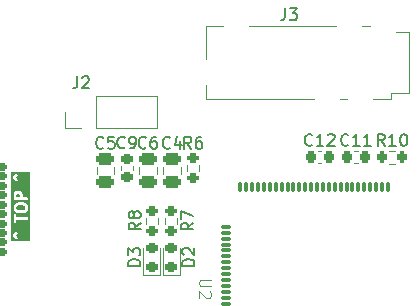
<source format=gto>
G04 #@! TF.GenerationSoftware,KiCad,Pcbnew,9.0.3*
G04 #@! TF.CreationDate,2025-07-21T23:33:25+01:00*
G04 #@! TF.ProjectId,dectspansion,64656374-7370-4616-9e73-696f6e2e6b69,rev?*
G04 #@! TF.SameCoordinates,Original*
G04 #@! TF.FileFunction,Legend,Top*
G04 #@! TF.FilePolarity,Positive*
%FSLAX46Y46*%
G04 Gerber Fmt 4.6, Leading zero omitted, Abs format (unit mm)*
G04 Created by KiCad (PCBNEW 9.0.3) date 2025-07-21 23:33:25*
%MOMM*%
%LPD*%
G01*
G04 APERTURE LIST*
G04 Aperture macros list*
%AMRoundRect*
0 Rectangle with rounded corners*
0 $1 Rounding radius*
0 $2 $3 $4 $5 $6 $7 $8 $9 X,Y pos of 4 corners*
0 Add a 4 corners polygon primitive as box body*
4,1,4,$2,$3,$4,$5,$6,$7,$8,$9,$2,$3,0*
0 Add four circle primitives for the rounded corners*
1,1,$1+$1,$2,$3*
1,1,$1+$1,$4,$5*
1,1,$1+$1,$6,$7*
1,1,$1+$1,$8,$9*
0 Add four rect primitives between the rounded corners*
20,1,$1+$1,$2,$3,$4,$5,0*
20,1,$1+$1,$4,$5,$6,$7,0*
20,1,$1+$1,$6,$7,$8,$9,0*
20,1,$1+$1,$8,$9,$2,$3,0*%
G04 Aperture macros list end*
%ADD10C,0.150000*%
%ADD11C,0.250000*%
%ADD12C,0.100000*%
%ADD13C,0.120000*%
%ADD14C,0.000000*%
%ADD15C,1.900000*%
%ADD16R,2.000000X3.000000*%
%ADD17R,3.000000X2.000000*%
%ADD18RoundRect,0.250000X0.475000X-0.250000X0.475000X0.250000X-0.475000X0.250000X-0.475000X-0.250000X0*%
%ADD19RoundRect,0.150000X1.600000X0.150000X-1.600000X0.150000X-1.600000X-0.150000X1.600000X-0.150000X0*%
%ADD20RoundRect,0.150000X1.200000X0.150000X-1.200000X0.150000X-1.200000X-0.150000X1.200000X-0.150000X0*%
%ADD21RoundRect,0.225000X-0.225000X-0.250000X0.225000X-0.250000X0.225000X0.250000X-0.225000X0.250000X0*%
%ADD22C,0.700000*%
%ADD23C,4.400000*%
%ADD24RoundRect,0.200000X0.275000X-0.200000X0.275000X0.200000X-0.275000X0.200000X-0.275000X-0.200000X0*%
%ADD25RoundRect,0.200000X-0.275000X0.200000X-0.275000X-0.200000X0.275000X-0.200000X0.275000X0.200000X0*%
%ADD26RoundRect,0.200000X-0.200000X-0.275000X0.200000X-0.275000X0.200000X0.275000X-0.200000X0.275000X0*%
%ADD27R,1.700000X1.700000*%
%ADD28C,1.700000*%
%ADD29RoundRect,0.225000X0.250000X-0.225000X0.250000X0.225000X-0.250000X0.225000X-0.250000X-0.225000X0*%
%ADD30RoundRect,0.218750X0.256250X-0.218750X0.256250X0.218750X-0.256250X0.218750X-0.256250X-0.218750X0*%
%ADD31R,0.660000X0.550000*%
%ADD32RoundRect,0.075000X-0.075000X0.370000X-0.075000X-0.370000X0.075000X-0.370000X0.075000X0.370000X0*%
%ADD33R,0.550000X0.800000*%
%ADD34RoundRect,0.075000X-0.370000X-0.075000X0.370000X-0.075000X0.370000X0.075000X-0.370000X0.075000X0*%
G04 APERTURE END LIST*
D10*
X125776666Y-83184819D02*
X125776666Y-83899104D01*
X125776666Y-83899104D02*
X125729047Y-84041961D01*
X125729047Y-84041961D02*
X125633809Y-84137200D01*
X125633809Y-84137200D02*
X125490952Y-84184819D01*
X125490952Y-84184819D02*
X125395714Y-84184819D01*
X126157619Y-83184819D02*
X126776666Y-83184819D01*
X126776666Y-83184819D02*
X126443333Y-83565771D01*
X126443333Y-83565771D02*
X126586190Y-83565771D01*
X126586190Y-83565771D02*
X126681428Y-83613390D01*
X126681428Y-83613390D02*
X126729047Y-83661009D01*
X126729047Y-83661009D02*
X126776666Y-83756247D01*
X126776666Y-83756247D02*
X126776666Y-83994342D01*
X126776666Y-83994342D02*
X126729047Y-84089580D01*
X126729047Y-84089580D02*
X126681428Y-84137200D01*
X126681428Y-84137200D02*
X126586190Y-84184819D01*
X126586190Y-84184819D02*
X126300476Y-84184819D01*
X126300476Y-84184819D02*
X126205238Y-84137200D01*
X126205238Y-84137200D02*
X126157619Y-84089580D01*
X110393333Y-94959580D02*
X110345714Y-95007200D01*
X110345714Y-95007200D02*
X110202857Y-95054819D01*
X110202857Y-95054819D02*
X110107619Y-95054819D01*
X110107619Y-95054819D02*
X109964762Y-95007200D01*
X109964762Y-95007200D02*
X109869524Y-94911961D01*
X109869524Y-94911961D02*
X109821905Y-94816723D01*
X109821905Y-94816723D02*
X109774286Y-94626247D01*
X109774286Y-94626247D02*
X109774286Y-94483390D01*
X109774286Y-94483390D02*
X109821905Y-94292914D01*
X109821905Y-94292914D02*
X109869524Y-94197676D01*
X109869524Y-94197676D02*
X109964762Y-94102438D01*
X109964762Y-94102438D02*
X110107619Y-94054819D01*
X110107619Y-94054819D02*
X110202857Y-94054819D01*
X110202857Y-94054819D02*
X110345714Y-94102438D01*
X110345714Y-94102438D02*
X110393333Y-94150057D01*
X111298095Y-94054819D02*
X110821905Y-94054819D01*
X110821905Y-94054819D02*
X110774286Y-94531009D01*
X110774286Y-94531009D02*
X110821905Y-94483390D01*
X110821905Y-94483390D02*
X110917143Y-94435771D01*
X110917143Y-94435771D02*
X111155238Y-94435771D01*
X111155238Y-94435771D02*
X111250476Y-94483390D01*
X111250476Y-94483390D02*
X111298095Y-94531009D01*
X111298095Y-94531009D02*
X111345714Y-94626247D01*
X111345714Y-94626247D02*
X111345714Y-94864342D01*
X111345714Y-94864342D02*
X111298095Y-94959580D01*
X111298095Y-94959580D02*
X111250476Y-95007200D01*
X111250476Y-95007200D02*
X111155238Y-95054819D01*
X111155238Y-95054819D02*
X110917143Y-95054819D01*
X110917143Y-95054819D02*
X110821905Y-95007200D01*
X110821905Y-95007200D02*
X110774286Y-94959580D01*
D11*
G36*
X103707855Y-99893634D02*
G01*
X103764268Y-99950048D01*
X103789619Y-100000748D01*
X103789619Y-100132207D01*
X103764268Y-100182907D01*
X103707855Y-100239321D01*
X103565896Y-100274811D01*
X103263341Y-100274811D01*
X103121381Y-100239321D01*
X103064970Y-100182910D01*
X103039619Y-100132208D01*
X103039619Y-100000748D01*
X103064970Y-99950046D01*
X103121381Y-99893635D01*
X103263341Y-99858145D01*
X103565896Y-99858145D01*
X103707855Y-99893634D01*
G37*
G36*
X103269145Y-98883495D02*
G01*
X103288077Y-98902428D01*
X103313428Y-98953129D01*
X103313428Y-99179573D01*
X103039619Y-99179573D01*
X103039619Y-98953129D01*
X103064969Y-98902427D01*
X103083902Y-98883495D01*
X103134604Y-98858145D01*
X103218444Y-98858145D01*
X103269145Y-98883495D01*
G37*
G36*
X104164619Y-102840103D02*
G01*
X102617185Y-102840103D01*
X102617185Y-102393008D01*
X102742185Y-102393008D01*
X102743157Y-102399812D01*
X102742185Y-102406616D01*
X102746579Y-102423767D01*
X102749083Y-102441292D01*
X102752584Y-102447205D01*
X102754290Y-102453862D01*
X102767000Y-102474812D01*
X102909857Y-102665288D01*
X102926410Y-102683356D01*
X102968377Y-102708205D01*
X103016661Y-102715103D01*
X103063907Y-102702998D01*
X103102925Y-102673735D01*
X103127774Y-102631768D01*
X103134672Y-102583484D01*
X103122567Y-102536238D01*
X103109857Y-102515288D01*
X103023250Y-102399812D01*
X103109857Y-102284336D01*
X103122567Y-102263386D01*
X103134672Y-102216140D01*
X103127774Y-102167856D01*
X103102925Y-102125889D01*
X103063907Y-102096626D01*
X103016661Y-102084521D01*
X102968377Y-102091419D01*
X102926410Y-102116268D01*
X102909857Y-102134336D01*
X102767000Y-102324812D01*
X102754290Y-102345762D01*
X102752584Y-102352418D01*
X102749083Y-102358332D01*
X102746579Y-102375856D01*
X102742185Y-102393008D01*
X102617185Y-102393008D01*
X102617185Y-100685526D01*
X102789619Y-100685526D01*
X102789619Y-101256954D01*
X102792021Y-101281340D01*
X102810685Y-101326400D01*
X102845173Y-101360888D01*
X102890233Y-101379552D01*
X102939005Y-101379552D01*
X102984065Y-101360888D01*
X103018553Y-101326400D01*
X103037217Y-101281340D01*
X103039619Y-101256954D01*
X103039619Y-101096240D01*
X103914619Y-101096240D01*
X103939005Y-101093838D01*
X103984065Y-101075174D01*
X104018553Y-101040686D01*
X104037217Y-100995626D01*
X104037217Y-100946854D01*
X104018553Y-100901794D01*
X103984065Y-100867306D01*
X103939005Y-100848642D01*
X103914619Y-100846240D01*
X103039619Y-100846240D01*
X103039619Y-100685526D01*
X103037217Y-100661140D01*
X103018553Y-100616080D01*
X102984065Y-100581592D01*
X102939005Y-100562928D01*
X102890233Y-100562928D01*
X102845173Y-100581592D01*
X102810685Y-100616080D01*
X102792021Y-100661140D01*
X102789619Y-100685526D01*
X102617185Y-100685526D01*
X102617185Y-99971240D01*
X102789619Y-99971240D01*
X102789619Y-100161716D01*
X102792021Y-100186102D01*
X102793739Y-100190250D01*
X102794058Y-100194732D01*
X102802816Y-100217618D01*
X102850434Y-100312855D01*
X102857043Y-100323353D01*
X102858305Y-100326400D01*
X102861120Y-100329831D01*
X102863489Y-100333593D01*
X102865983Y-100335756D01*
X102873850Y-100345342D01*
X102969088Y-100440580D01*
X102988030Y-100456125D01*
X102996615Y-100459681D01*
X103004084Y-100465215D01*
X103027159Y-100473460D01*
X103217635Y-100521079D01*
X103221864Y-100521704D01*
X103223566Y-100522409D01*
X103232745Y-100523313D01*
X103241875Y-100524663D01*
X103243697Y-100524391D01*
X103247952Y-100524811D01*
X103581285Y-100524811D01*
X103585539Y-100524391D01*
X103587361Y-100524663D01*
X103596489Y-100523313D01*
X103605671Y-100522409D01*
X103607372Y-100521704D01*
X103611602Y-100521079D01*
X103802078Y-100473460D01*
X103825153Y-100465215D01*
X103832619Y-100459682D01*
X103841207Y-100456126D01*
X103860149Y-100440581D01*
X103955388Y-100345343D01*
X103963257Y-100335754D01*
X103965749Y-100333593D01*
X103968114Y-100329835D01*
X103970933Y-100326401D01*
X103972196Y-100323350D01*
X103978803Y-100312856D01*
X104026422Y-100217618D01*
X104035180Y-100194732D01*
X104035498Y-100190251D01*
X104037217Y-100186102D01*
X104039619Y-100161716D01*
X104039619Y-99971240D01*
X104037217Y-99946854D01*
X104035498Y-99942704D01*
X104035180Y-99938224D01*
X104026422Y-99915338D01*
X103978803Y-99820100D01*
X103972196Y-99809605D01*
X103970933Y-99806555D01*
X103968114Y-99803120D01*
X103965749Y-99799363D01*
X103963257Y-99797201D01*
X103955388Y-99787613D01*
X103860149Y-99692375D01*
X103841207Y-99676830D01*
X103832619Y-99673273D01*
X103825153Y-99667741D01*
X103802078Y-99659496D01*
X103611602Y-99611877D01*
X103607372Y-99611251D01*
X103605671Y-99610547D01*
X103596489Y-99609642D01*
X103587361Y-99608293D01*
X103585539Y-99608564D01*
X103581285Y-99608145D01*
X103247952Y-99608145D01*
X103243697Y-99608564D01*
X103241875Y-99608293D01*
X103232745Y-99609642D01*
X103223566Y-99610547D01*
X103221864Y-99611251D01*
X103217635Y-99611877D01*
X103027159Y-99659496D01*
X103004084Y-99667741D01*
X102996615Y-99673274D01*
X102988030Y-99676831D01*
X102969088Y-99692376D01*
X102873850Y-99787614D01*
X102865983Y-99797199D01*
X102863489Y-99799363D01*
X102861120Y-99803124D01*
X102858305Y-99806556D01*
X102857043Y-99809602D01*
X102850434Y-99820101D01*
X102802816Y-99915338D01*
X102794058Y-99938224D01*
X102793739Y-99942705D01*
X102792021Y-99946854D01*
X102789619Y-99971240D01*
X102617185Y-99971240D01*
X102617185Y-98923621D01*
X102789619Y-98923621D01*
X102789619Y-99304573D01*
X102792021Y-99328959D01*
X102810685Y-99374019D01*
X102845173Y-99408507D01*
X102890233Y-99427171D01*
X102914619Y-99429573D01*
X103914619Y-99429573D01*
X103939005Y-99427171D01*
X103984065Y-99408507D01*
X104018553Y-99374019D01*
X104037217Y-99328959D01*
X104037217Y-99280187D01*
X104018553Y-99235127D01*
X103984065Y-99200639D01*
X103939005Y-99181975D01*
X103914619Y-99179573D01*
X103563428Y-99179573D01*
X103563428Y-98923621D01*
X103561026Y-98899235D01*
X103559307Y-98895085D01*
X103558989Y-98890605D01*
X103550231Y-98867719D01*
X103502612Y-98772481D01*
X103496005Y-98761986D01*
X103494742Y-98758936D01*
X103491923Y-98755501D01*
X103489558Y-98751744D01*
X103487066Y-98749582D01*
X103479197Y-98739994D01*
X103431578Y-98692376D01*
X103421992Y-98684509D01*
X103419829Y-98682015D01*
X103416067Y-98679646D01*
X103412636Y-98676831D01*
X103409589Y-98675569D01*
X103399091Y-98668960D01*
X103303854Y-98621342D01*
X103280968Y-98612584D01*
X103276486Y-98612265D01*
X103272338Y-98610547D01*
X103247952Y-98608145D01*
X103105095Y-98608145D01*
X103080709Y-98610547D01*
X103076559Y-98612265D01*
X103072079Y-98612584D01*
X103049193Y-98621342D01*
X102953955Y-98668961D01*
X102943460Y-98675567D01*
X102940410Y-98676831D01*
X102936975Y-98679649D01*
X102933218Y-98682015D01*
X102931056Y-98684506D01*
X102921468Y-98692376D01*
X102873850Y-98739995D01*
X102865983Y-98749580D01*
X102863489Y-98751744D01*
X102861120Y-98755505D01*
X102858305Y-98758937D01*
X102857043Y-98761983D01*
X102850434Y-98772482D01*
X102802816Y-98867719D01*
X102794058Y-98890605D01*
X102793739Y-98895086D01*
X102792021Y-98899235D01*
X102789619Y-98923621D01*
X102617185Y-98923621D01*
X102617185Y-97488245D01*
X102742185Y-97488245D01*
X102743157Y-97495049D01*
X102742185Y-97501853D01*
X102746579Y-97519004D01*
X102749083Y-97536529D01*
X102752584Y-97542442D01*
X102754290Y-97549099D01*
X102767000Y-97570049D01*
X102909857Y-97760525D01*
X102926410Y-97778593D01*
X102968377Y-97803442D01*
X103016661Y-97810340D01*
X103063907Y-97798235D01*
X103102925Y-97768972D01*
X103127774Y-97727005D01*
X103134672Y-97678721D01*
X103122567Y-97631475D01*
X103109857Y-97610525D01*
X103023250Y-97495049D01*
X103109857Y-97379573D01*
X103122567Y-97358623D01*
X103134672Y-97311377D01*
X103127774Y-97263093D01*
X103102925Y-97221126D01*
X103063907Y-97191863D01*
X103016661Y-97179758D01*
X102968377Y-97186656D01*
X102926410Y-97211505D01*
X102909857Y-97229573D01*
X102767000Y-97420049D01*
X102754290Y-97440999D01*
X102752584Y-97447655D01*
X102749083Y-97453569D01*
X102746579Y-97471093D01*
X102742185Y-97488245D01*
X102617185Y-97488245D01*
X102617185Y-97054758D01*
X104164619Y-97054758D01*
X104164619Y-102840103D01*
G37*
D10*
X128067142Y-94719580D02*
X128019523Y-94767200D01*
X128019523Y-94767200D02*
X127876666Y-94814819D01*
X127876666Y-94814819D02*
X127781428Y-94814819D01*
X127781428Y-94814819D02*
X127638571Y-94767200D01*
X127638571Y-94767200D02*
X127543333Y-94671961D01*
X127543333Y-94671961D02*
X127495714Y-94576723D01*
X127495714Y-94576723D02*
X127448095Y-94386247D01*
X127448095Y-94386247D02*
X127448095Y-94243390D01*
X127448095Y-94243390D02*
X127495714Y-94052914D01*
X127495714Y-94052914D02*
X127543333Y-93957676D01*
X127543333Y-93957676D02*
X127638571Y-93862438D01*
X127638571Y-93862438D02*
X127781428Y-93814819D01*
X127781428Y-93814819D02*
X127876666Y-93814819D01*
X127876666Y-93814819D02*
X128019523Y-93862438D01*
X128019523Y-93862438D02*
X128067142Y-93910057D01*
X129019523Y-94814819D02*
X128448095Y-94814819D01*
X128733809Y-94814819D02*
X128733809Y-93814819D01*
X128733809Y-93814819D02*
X128638571Y-93957676D01*
X128638571Y-93957676D02*
X128543333Y-94052914D01*
X128543333Y-94052914D02*
X128448095Y-94100533D01*
X129400476Y-93910057D02*
X129448095Y-93862438D01*
X129448095Y-93862438D02*
X129543333Y-93814819D01*
X129543333Y-93814819D02*
X129781428Y-93814819D01*
X129781428Y-93814819D02*
X129876666Y-93862438D01*
X129876666Y-93862438D02*
X129924285Y-93910057D01*
X129924285Y-93910057D02*
X129971904Y-94005295D01*
X129971904Y-94005295D02*
X129971904Y-94100533D01*
X129971904Y-94100533D02*
X129924285Y-94243390D01*
X129924285Y-94243390D02*
X129352857Y-94814819D01*
X129352857Y-94814819D02*
X129971904Y-94814819D01*
X116043333Y-94959580D02*
X115995714Y-95007200D01*
X115995714Y-95007200D02*
X115852857Y-95054819D01*
X115852857Y-95054819D02*
X115757619Y-95054819D01*
X115757619Y-95054819D02*
X115614762Y-95007200D01*
X115614762Y-95007200D02*
X115519524Y-94911961D01*
X115519524Y-94911961D02*
X115471905Y-94816723D01*
X115471905Y-94816723D02*
X115424286Y-94626247D01*
X115424286Y-94626247D02*
X115424286Y-94483390D01*
X115424286Y-94483390D02*
X115471905Y-94292914D01*
X115471905Y-94292914D02*
X115519524Y-94197676D01*
X115519524Y-94197676D02*
X115614762Y-94102438D01*
X115614762Y-94102438D02*
X115757619Y-94054819D01*
X115757619Y-94054819D02*
X115852857Y-94054819D01*
X115852857Y-94054819D02*
X115995714Y-94102438D01*
X115995714Y-94102438D02*
X116043333Y-94150057D01*
X116900476Y-94388152D02*
X116900476Y-95054819D01*
X116662381Y-94007200D02*
X116424286Y-94721485D01*
X116424286Y-94721485D02*
X117043333Y-94721485D01*
X113544819Y-101326666D02*
X113068628Y-101659999D01*
X113544819Y-101898094D02*
X112544819Y-101898094D01*
X112544819Y-101898094D02*
X112544819Y-101517142D01*
X112544819Y-101517142D02*
X112592438Y-101421904D01*
X112592438Y-101421904D02*
X112640057Y-101374285D01*
X112640057Y-101374285D02*
X112735295Y-101326666D01*
X112735295Y-101326666D02*
X112878152Y-101326666D01*
X112878152Y-101326666D02*
X112973390Y-101374285D01*
X112973390Y-101374285D02*
X113021009Y-101421904D01*
X113021009Y-101421904D02*
X113068628Y-101517142D01*
X113068628Y-101517142D02*
X113068628Y-101898094D01*
X112973390Y-100755237D02*
X112925771Y-100850475D01*
X112925771Y-100850475D02*
X112878152Y-100898094D01*
X112878152Y-100898094D02*
X112782914Y-100945713D01*
X112782914Y-100945713D02*
X112735295Y-100945713D01*
X112735295Y-100945713D02*
X112640057Y-100898094D01*
X112640057Y-100898094D02*
X112592438Y-100850475D01*
X112592438Y-100850475D02*
X112544819Y-100755237D01*
X112544819Y-100755237D02*
X112544819Y-100564761D01*
X112544819Y-100564761D02*
X112592438Y-100469523D01*
X112592438Y-100469523D02*
X112640057Y-100421904D01*
X112640057Y-100421904D02*
X112735295Y-100374285D01*
X112735295Y-100374285D02*
X112782914Y-100374285D01*
X112782914Y-100374285D02*
X112878152Y-100421904D01*
X112878152Y-100421904D02*
X112925771Y-100469523D01*
X112925771Y-100469523D02*
X112973390Y-100564761D01*
X112973390Y-100564761D02*
X112973390Y-100755237D01*
X112973390Y-100755237D02*
X113021009Y-100850475D01*
X113021009Y-100850475D02*
X113068628Y-100898094D01*
X113068628Y-100898094D02*
X113163866Y-100945713D01*
X113163866Y-100945713D02*
X113354342Y-100945713D01*
X113354342Y-100945713D02*
X113449580Y-100898094D01*
X113449580Y-100898094D02*
X113497200Y-100850475D01*
X113497200Y-100850475D02*
X113544819Y-100755237D01*
X113544819Y-100755237D02*
X113544819Y-100564761D01*
X113544819Y-100564761D02*
X113497200Y-100469523D01*
X113497200Y-100469523D02*
X113449580Y-100421904D01*
X113449580Y-100421904D02*
X113354342Y-100374285D01*
X113354342Y-100374285D02*
X113163866Y-100374285D01*
X113163866Y-100374285D02*
X113068628Y-100421904D01*
X113068628Y-100421904D02*
X113021009Y-100469523D01*
X113021009Y-100469523D02*
X112973390Y-100564761D01*
X131137142Y-94719580D02*
X131089523Y-94767200D01*
X131089523Y-94767200D02*
X130946666Y-94814819D01*
X130946666Y-94814819D02*
X130851428Y-94814819D01*
X130851428Y-94814819D02*
X130708571Y-94767200D01*
X130708571Y-94767200D02*
X130613333Y-94671961D01*
X130613333Y-94671961D02*
X130565714Y-94576723D01*
X130565714Y-94576723D02*
X130518095Y-94386247D01*
X130518095Y-94386247D02*
X130518095Y-94243390D01*
X130518095Y-94243390D02*
X130565714Y-94052914D01*
X130565714Y-94052914D02*
X130613333Y-93957676D01*
X130613333Y-93957676D02*
X130708571Y-93862438D01*
X130708571Y-93862438D02*
X130851428Y-93814819D01*
X130851428Y-93814819D02*
X130946666Y-93814819D01*
X130946666Y-93814819D02*
X131089523Y-93862438D01*
X131089523Y-93862438D02*
X131137142Y-93910057D01*
X132089523Y-94814819D02*
X131518095Y-94814819D01*
X131803809Y-94814819D02*
X131803809Y-93814819D01*
X131803809Y-93814819D02*
X131708571Y-93957676D01*
X131708571Y-93957676D02*
X131613333Y-94052914D01*
X131613333Y-94052914D02*
X131518095Y-94100533D01*
X133041904Y-94814819D02*
X132470476Y-94814819D01*
X132756190Y-94814819D02*
X132756190Y-93814819D01*
X132756190Y-93814819D02*
X132660952Y-93957676D01*
X132660952Y-93957676D02*
X132565714Y-94052914D01*
X132565714Y-94052914D02*
X132470476Y-94100533D01*
X118004819Y-101326666D02*
X117528628Y-101659999D01*
X118004819Y-101898094D02*
X117004819Y-101898094D01*
X117004819Y-101898094D02*
X117004819Y-101517142D01*
X117004819Y-101517142D02*
X117052438Y-101421904D01*
X117052438Y-101421904D02*
X117100057Y-101374285D01*
X117100057Y-101374285D02*
X117195295Y-101326666D01*
X117195295Y-101326666D02*
X117338152Y-101326666D01*
X117338152Y-101326666D02*
X117433390Y-101374285D01*
X117433390Y-101374285D02*
X117481009Y-101421904D01*
X117481009Y-101421904D02*
X117528628Y-101517142D01*
X117528628Y-101517142D02*
X117528628Y-101898094D01*
X117004819Y-100993332D02*
X117004819Y-100326666D01*
X117004819Y-100326666D02*
X118004819Y-100755237D01*
X114003333Y-94949580D02*
X113955714Y-94997200D01*
X113955714Y-94997200D02*
X113812857Y-95044819D01*
X113812857Y-95044819D02*
X113717619Y-95044819D01*
X113717619Y-95044819D02*
X113574762Y-94997200D01*
X113574762Y-94997200D02*
X113479524Y-94901961D01*
X113479524Y-94901961D02*
X113431905Y-94806723D01*
X113431905Y-94806723D02*
X113384286Y-94616247D01*
X113384286Y-94616247D02*
X113384286Y-94473390D01*
X113384286Y-94473390D02*
X113431905Y-94282914D01*
X113431905Y-94282914D02*
X113479524Y-94187676D01*
X113479524Y-94187676D02*
X113574762Y-94092438D01*
X113574762Y-94092438D02*
X113717619Y-94044819D01*
X113717619Y-94044819D02*
X113812857Y-94044819D01*
X113812857Y-94044819D02*
X113955714Y-94092438D01*
X113955714Y-94092438D02*
X114003333Y-94140057D01*
X114860476Y-94044819D02*
X114670000Y-94044819D01*
X114670000Y-94044819D02*
X114574762Y-94092438D01*
X114574762Y-94092438D02*
X114527143Y-94140057D01*
X114527143Y-94140057D02*
X114431905Y-94282914D01*
X114431905Y-94282914D02*
X114384286Y-94473390D01*
X114384286Y-94473390D02*
X114384286Y-94854342D01*
X114384286Y-94854342D02*
X114431905Y-94949580D01*
X114431905Y-94949580D02*
X114479524Y-94997200D01*
X114479524Y-94997200D02*
X114574762Y-95044819D01*
X114574762Y-95044819D02*
X114765238Y-95044819D01*
X114765238Y-95044819D02*
X114860476Y-94997200D01*
X114860476Y-94997200D02*
X114908095Y-94949580D01*
X114908095Y-94949580D02*
X114955714Y-94854342D01*
X114955714Y-94854342D02*
X114955714Y-94616247D01*
X114955714Y-94616247D02*
X114908095Y-94521009D01*
X114908095Y-94521009D02*
X114860476Y-94473390D01*
X114860476Y-94473390D02*
X114765238Y-94425771D01*
X114765238Y-94425771D02*
X114574762Y-94425771D01*
X114574762Y-94425771D02*
X114479524Y-94473390D01*
X114479524Y-94473390D02*
X114431905Y-94521009D01*
X114431905Y-94521009D02*
X114384286Y-94616247D01*
X134207142Y-94814819D02*
X133873809Y-94338628D01*
X133635714Y-94814819D02*
X133635714Y-93814819D01*
X133635714Y-93814819D02*
X134016666Y-93814819D01*
X134016666Y-93814819D02*
X134111904Y-93862438D01*
X134111904Y-93862438D02*
X134159523Y-93910057D01*
X134159523Y-93910057D02*
X134207142Y-94005295D01*
X134207142Y-94005295D02*
X134207142Y-94148152D01*
X134207142Y-94148152D02*
X134159523Y-94243390D01*
X134159523Y-94243390D02*
X134111904Y-94291009D01*
X134111904Y-94291009D02*
X134016666Y-94338628D01*
X134016666Y-94338628D02*
X133635714Y-94338628D01*
X135159523Y-94814819D02*
X134588095Y-94814819D01*
X134873809Y-94814819D02*
X134873809Y-93814819D01*
X134873809Y-93814819D02*
X134778571Y-93957676D01*
X134778571Y-93957676D02*
X134683333Y-94052914D01*
X134683333Y-94052914D02*
X134588095Y-94100533D01*
X135778571Y-93814819D02*
X135873809Y-93814819D01*
X135873809Y-93814819D02*
X135969047Y-93862438D01*
X135969047Y-93862438D02*
X136016666Y-93910057D01*
X136016666Y-93910057D02*
X136064285Y-94005295D01*
X136064285Y-94005295D02*
X136111904Y-94195771D01*
X136111904Y-94195771D02*
X136111904Y-94433866D01*
X136111904Y-94433866D02*
X136064285Y-94624342D01*
X136064285Y-94624342D02*
X136016666Y-94719580D01*
X136016666Y-94719580D02*
X135969047Y-94767200D01*
X135969047Y-94767200D02*
X135873809Y-94814819D01*
X135873809Y-94814819D02*
X135778571Y-94814819D01*
X135778571Y-94814819D02*
X135683333Y-94767200D01*
X135683333Y-94767200D02*
X135635714Y-94719580D01*
X135635714Y-94719580D02*
X135588095Y-94624342D01*
X135588095Y-94624342D02*
X135540476Y-94433866D01*
X135540476Y-94433866D02*
X135540476Y-94195771D01*
X135540476Y-94195771D02*
X135588095Y-94005295D01*
X135588095Y-94005295D02*
X135635714Y-93910057D01*
X135635714Y-93910057D02*
X135683333Y-93862438D01*
X135683333Y-93862438D02*
X135778571Y-93814819D01*
X117833333Y-95054819D02*
X117500000Y-94578628D01*
X117261905Y-95054819D02*
X117261905Y-94054819D01*
X117261905Y-94054819D02*
X117642857Y-94054819D01*
X117642857Y-94054819D02*
X117738095Y-94102438D01*
X117738095Y-94102438D02*
X117785714Y-94150057D01*
X117785714Y-94150057D02*
X117833333Y-94245295D01*
X117833333Y-94245295D02*
X117833333Y-94388152D01*
X117833333Y-94388152D02*
X117785714Y-94483390D01*
X117785714Y-94483390D02*
X117738095Y-94531009D01*
X117738095Y-94531009D02*
X117642857Y-94578628D01*
X117642857Y-94578628D02*
X117261905Y-94578628D01*
X118690476Y-94054819D02*
X118500000Y-94054819D01*
X118500000Y-94054819D02*
X118404762Y-94102438D01*
X118404762Y-94102438D02*
X118357143Y-94150057D01*
X118357143Y-94150057D02*
X118261905Y-94292914D01*
X118261905Y-94292914D02*
X118214286Y-94483390D01*
X118214286Y-94483390D02*
X118214286Y-94864342D01*
X118214286Y-94864342D02*
X118261905Y-94959580D01*
X118261905Y-94959580D02*
X118309524Y-95007200D01*
X118309524Y-95007200D02*
X118404762Y-95054819D01*
X118404762Y-95054819D02*
X118595238Y-95054819D01*
X118595238Y-95054819D02*
X118690476Y-95007200D01*
X118690476Y-95007200D02*
X118738095Y-94959580D01*
X118738095Y-94959580D02*
X118785714Y-94864342D01*
X118785714Y-94864342D02*
X118785714Y-94626247D01*
X118785714Y-94626247D02*
X118738095Y-94531009D01*
X118738095Y-94531009D02*
X118690476Y-94483390D01*
X118690476Y-94483390D02*
X118595238Y-94435771D01*
X118595238Y-94435771D02*
X118404762Y-94435771D01*
X118404762Y-94435771D02*
X118309524Y-94483390D01*
X118309524Y-94483390D02*
X118261905Y-94531009D01*
X118261905Y-94531009D02*
X118214286Y-94626247D01*
X108176666Y-88944819D02*
X108176666Y-89659104D01*
X108176666Y-89659104D02*
X108129047Y-89801961D01*
X108129047Y-89801961D02*
X108033809Y-89897200D01*
X108033809Y-89897200D02*
X107890952Y-89944819D01*
X107890952Y-89944819D02*
X107795714Y-89944819D01*
X108605238Y-89040057D02*
X108652857Y-88992438D01*
X108652857Y-88992438D02*
X108748095Y-88944819D01*
X108748095Y-88944819D02*
X108986190Y-88944819D01*
X108986190Y-88944819D02*
X109081428Y-88992438D01*
X109081428Y-88992438D02*
X109129047Y-89040057D01*
X109129047Y-89040057D02*
X109176666Y-89135295D01*
X109176666Y-89135295D02*
X109176666Y-89230533D01*
X109176666Y-89230533D02*
X109129047Y-89373390D01*
X109129047Y-89373390D02*
X108557619Y-89944819D01*
X108557619Y-89944819D02*
X109176666Y-89944819D01*
X112203333Y-94934580D02*
X112155714Y-94982200D01*
X112155714Y-94982200D02*
X112012857Y-95029819D01*
X112012857Y-95029819D02*
X111917619Y-95029819D01*
X111917619Y-95029819D02*
X111774762Y-94982200D01*
X111774762Y-94982200D02*
X111679524Y-94886961D01*
X111679524Y-94886961D02*
X111631905Y-94791723D01*
X111631905Y-94791723D02*
X111584286Y-94601247D01*
X111584286Y-94601247D02*
X111584286Y-94458390D01*
X111584286Y-94458390D02*
X111631905Y-94267914D01*
X111631905Y-94267914D02*
X111679524Y-94172676D01*
X111679524Y-94172676D02*
X111774762Y-94077438D01*
X111774762Y-94077438D02*
X111917619Y-94029819D01*
X111917619Y-94029819D02*
X112012857Y-94029819D01*
X112012857Y-94029819D02*
X112155714Y-94077438D01*
X112155714Y-94077438D02*
X112203333Y-94125057D01*
X112679524Y-95029819D02*
X112870000Y-95029819D01*
X112870000Y-95029819D02*
X112965238Y-94982200D01*
X112965238Y-94982200D02*
X113012857Y-94934580D01*
X113012857Y-94934580D02*
X113108095Y-94791723D01*
X113108095Y-94791723D02*
X113155714Y-94601247D01*
X113155714Y-94601247D02*
X113155714Y-94220295D01*
X113155714Y-94220295D02*
X113108095Y-94125057D01*
X113108095Y-94125057D02*
X113060476Y-94077438D01*
X113060476Y-94077438D02*
X112965238Y-94029819D01*
X112965238Y-94029819D02*
X112774762Y-94029819D01*
X112774762Y-94029819D02*
X112679524Y-94077438D01*
X112679524Y-94077438D02*
X112631905Y-94125057D01*
X112631905Y-94125057D02*
X112584286Y-94220295D01*
X112584286Y-94220295D02*
X112584286Y-94458390D01*
X112584286Y-94458390D02*
X112631905Y-94553628D01*
X112631905Y-94553628D02*
X112679524Y-94601247D01*
X112679524Y-94601247D02*
X112774762Y-94648866D01*
X112774762Y-94648866D02*
X112965238Y-94648866D01*
X112965238Y-94648866D02*
X113060476Y-94601247D01*
X113060476Y-94601247D02*
X113108095Y-94553628D01*
X113108095Y-94553628D02*
X113155714Y-94458390D01*
X118094819Y-104978094D02*
X117094819Y-104978094D01*
X117094819Y-104978094D02*
X117094819Y-104739999D01*
X117094819Y-104739999D02*
X117142438Y-104597142D01*
X117142438Y-104597142D02*
X117237676Y-104501904D01*
X117237676Y-104501904D02*
X117332914Y-104454285D01*
X117332914Y-104454285D02*
X117523390Y-104406666D01*
X117523390Y-104406666D02*
X117666247Y-104406666D01*
X117666247Y-104406666D02*
X117856723Y-104454285D01*
X117856723Y-104454285D02*
X117951961Y-104501904D01*
X117951961Y-104501904D02*
X118047200Y-104597142D01*
X118047200Y-104597142D02*
X118094819Y-104739999D01*
X118094819Y-104739999D02*
X118094819Y-104978094D01*
X117190057Y-104025713D02*
X117142438Y-103978094D01*
X117142438Y-103978094D02*
X117094819Y-103882856D01*
X117094819Y-103882856D02*
X117094819Y-103644761D01*
X117094819Y-103644761D02*
X117142438Y-103549523D01*
X117142438Y-103549523D02*
X117190057Y-103501904D01*
X117190057Y-103501904D02*
X117285295Y-103454285D01*
X117285295Y-103454285D02*
X117380533Y-103454285D01*
X117380533Y-103454285D02*
X117523390Y-103501904D01*
X117523390Y-103501904D02*
X118094819Y-104073332D01*
X118094819Y-104073332D02*
X118094819Y-103454285D01*
D12*
X119502580Y-106138095D02*
X118693057Y-106138095D01*
X118693057Y-106138095D02*
X118597819Y-106185714D01*
X118597819Y-106185714D02*
X118550200Y-106233333D01*
X118550200Y-106233333D02*
X118502580Y-106328571D01*
X118502580Y-106328571D02*
X118502580Y-106519047D01*
X118502580Y-106519047D02*
X118550200Y-106614285D01*
X118550200Y-106614285D02*
X118597819Y-106661904D01*
X118597819Y-106661904D02*
X118693057Y-106709523D01*
X118693057Y-106709523D02*
X119502580Y-106709523D01*
X119407342Y-107138095D02*
X119454961Y-107185714D01*
X119454961Y-107185714D02*
X119502580Y-107280952D01*
X119502580Y-107280952D02*
X119502580Y-107519047D01*
X119502580Y-107519047D02*
X119454961Y-107614285D01*
X119454961Y-107614285D02*
X119407342Y-107661904D01*
X119407342Y-107661904D02*
X119312104Y-107709523D01*
X119312104Y-107709523D02*
X119216866Y-107709523D01*
X119216866Y-107709523D02*
X119074009Y-107661904D01*
X119074009Y-107661904D02*
X118502580Y-107090476D01*
X118502580Y-107090476D02*
X118502580Y-107709523D01*
D10*
X113514819Y-104988094D02*
X112514819Y-104988094D01*
X112514819Y-104988094D02*
X112514819Y-104749999D01*
X112514819Y-104749999D02*
X112562438Y-104607142D01*
X112562438Y-104607142D02*
X112657676Y-104511904D01*
X112657676Y-104511904D02*
X112752914Y-104464285D01*
X112752914Y-104464285D02*
X112943390Y-104416666D01*
X112943390Y-104416666D02*
X113086247Y-104416666D01*
X113086247Y-104416666D02*
X113276723Y-104464285D01*
X113276723Y-104464285D02*
X113371961Y-104511904D01*
X113371961Y-104511904D02*
X113467200Y-104607142D01*
X113467200Y-104607142D02*
X113514819Y-104749999D01*
X113514819Y-104749999D02*
X113514819Y-104988094D01*
X112514819Y-104083332D02*
X112514819Y-103464285D01*
X112514819Y-103464285D02*
X112895771Y-103797618D01*
X112895771Y-103797618D02*
X112895771Y-103654761D01*
X112895771Y-103654761D02*
X112943390Y-103559523D01*
X112943390Y-103559523D02*
X112991009Y-103511904D01*
X112991009Y-103511904D02*
X113086247Y-103464285D01*
X113086247Y-103464285D02*
X113324342Y-103464285D01*
X113324342Y-103464285D02*
X113419580Y-103511904D01*
X113419580Y-103511904D02*
X113467200Y-103559523D01*
X113467200Y-103559523D02*
X113514819Y-103654761D01*
X113514819Y-103654761D02*
X113514819Y-103940475D01*
X113514819Y-103940475D02*
X113467200Y-104035713D01*
X113467200Y-104035713D02*
X113419580Y-104083332D01*
D13*
X119060000Y-84680000D02*
X119060000Y-87480000D01*
X119060000Y-84680000D02*
X120560000Y-84680000D01*
X119060000Y-89680000D02*
X119060000Y-90880000D01*
X122760000Y-84680000D02*
X130060000Y-84680000D01*
X128260000Y-90880000D02*
X119060000Y-90880000D01*
X131060000Y-90880000D02*
X130460000Y-90880000D01*
X132260000Y-84680000D02*
X132960000Y-84680000D01*
X134760000Y-90380000D02*
X136260000Y-90380000D01*
X134760000Y-90880000D02*
X133260000Y-90880000D01*
X134760000Y-90880000D02*
X134760000Y-90380000D01*
X135160000Y-85180000D02*
X136260000Y-85180000D01*
X136260000Y-90380000D02*
X136260000Y-85180000D01*
X109825000Y-97171252D02*
X109825000Y-96648748D01*
X111295000Y-97171252D02*
X111295000Y-96648748D01*
X128569420Y-95280000D02*
X128850580Y-95280000D01*
X128569420Y-96300000D02*
X128850580Y-96300000D01*
X115475000Y-97171252D02*
X115475000Y-96648748D01*
X116945000Y-97171252D02*
X116945000Y-96648748D01*
X113997500Y-101397258D02*
X113997500Y-100922742D01*
X115042500Y-101397258D02*
X115042500Y-100922742D01*
X131639420Y-95280000D02*
X131920580Y-95280000D01*
X131639420Y-96300000D02*
X131920580Y-96300000D01*
X115597500Y-100922742D02*
X115597500Y-101397258D01*
X116642500Y-100922742D02*
X116642500Y-101397258D01*
X113435000Y-97171252D02*
X113435000Y-96648748D01*
X114905000Y-97171252D02*
X114905000Y-96648748D01*
X134612742Y-95267500D02*
X135087258Y-95267500D01*
X134612742Y-96312500D02*
X135087258Y-96312500D01*
X117467500Y-96447742D02*
X117467500Y-96922258D01*
X118512500Y-96447742D02*
X118512500Y-96922258D01*
X107120000Y-93340000D02*
X107120000Y-91960000D01*
X108500000Y-93340000D02*
X107120000Y-93340000D01*
X109770000Y-90580000D02*
X114960000Y-90580000D01*
X109770000Y-93340000D02*
X109770000Y-90580000D01*
X109770000Y-93340000D02*
X114960000Y-93340000D01*
X114960000Y-93340000D02*
X114960000Y-90580000D01*
X111870000Y-96830580D02*
X111870000Y-96549420D01*
X112890000Y-96830580D02*
X112890000Y-96549420D01*
X115405000Y-103447500D02*
X115405000Y-105732500D01*
X115405000Y-105732500D02*
X116875000Y-105732500D01*
X116875000Y-105732500D02*
X116875000Y-103447500D01*
X113755000Y-103450000D02*
X113755000Y-105735000D01*
X113755000Y-105735000D02*
X115225000Y-105735000D01*
X115225000Y-105735000D02*
X115225000Y-103450000D01*
%LPC*%
D14*
G36*
X136690000Y-98875000D02*
G01*
X136190000Y-98875000D01*
X136190000Y-98175000D01*
X136690000Y-98175000D01*
X136690000Y-98875000D01*
G37*
D15*
X130160000Y-87780000D03*
X123160000Y-87780000D03*
D16*
X129360000Y-91280000D03*
X131160000Y-84280000D03*
X132160000Y-91280000D03*
X134060000Y-84280000D03*
X121660000Y-84280000D03*
D17*
X117660000Y-88580000D03*
D18*
X110560000Y-97860000D03*
X110560000Y-95960000D03*
D19*
X100500000Y-96600000D03*
D20*
X100900000Y-97400000D03*
X100900000Y-98200000D03*
D19*
X100500000Y-99000000D03*
D20*
X100900000Y-99800000D03*
X100900000Y-100600000D03*
D19*
X100500000Y-101400000D03*
D20*
X100900000Y-102200000D03*
X100900000Y-103000000D03*
D19*
X100500000Y-103800000D03*
D21*
X127935000Y-95790000D03*
X129485000Y-95790000D03*
D22*
X110850000Y-87500000D03*
X111333274Y-86333274D03*
X111333274Y-88666726D03*
X112500000Y-85850000D03*
D23*
X112500000Y-87500000D03*
D22*
X112500000Y-89150000D03*
X113666726Y-86333274D03*
X113666726Y-88666726D03*
X114150000Y-87500000D03*
D18*
X116210000Y-97860000D03*
X116210000Y-95960000D03*
D24*
X114520000Y-101985000D03*
X114520000Y-100335000D03*
D21*
X131005000Y-95790000D03*
X132555000Y-95790000D03*
D25*
X116120000Y-100335000D03*
X116120000Y-101985000D03*
D18*
X114170000Y-97860000D03*
X114170000Y-95960000D03*
D26*
X134025000Y-95790000D03*
X135675000Y-95790000D03*
D25*
X117990000Y-95860000D03*
X117990000Y-97510000D03*
D27*
X108500000Y-91960000D03*
D28*
X111040000Y-91960000D03*
X113580000Y-91960000D03*
D29*
X112380000Y-97465000D03*
X112380000Y-95915000D03*
D30*
X116140000Y-105035000D03*
X116140000Y-103460000D03*
D22*
X110850000Y-112500000D03*
X111333274Y-111333274D03*
X111333274Y-113666726D03*
X112500000Y-110850000D03*
D23*
X112500000Y-112500000D03*
D22*
X112500000Y-114150000D03*
X113666726Y-111333274D03*
X113666726Y-113666726D03*
X114150000Y-112500000D03*
D31*
X135290000Y-98300000D03*
D32*
X134490000Y-98300000D03*
X133990000Y-98300000D03*
X133490000Y-98300000D03*
X132990000Y-98300000D03*
X132490000Y-98300000D03*
X131990000Y-98300000D03*
X131490000Y-98300000D03*
X130990000Y-98300000D03*
X130490000Y-98300000D03*
X129990000Y-98300000D03*
X129490000Y-98300000D03*
X128990000Y-98300000D03*
X128490000Y-98300000D03*
X127990000Y-98300000D03*
X127490000Y-98300000D03*
X126990000Y-98300000D03*
X126490000Y-98300000D03*
X125990000Y-98300000D03*
X125490000Y-98300000D03*
X124990000Y-98300000D03*
X124490000Y-98300000D03*
X123990000Y-98300000D03*
X123490000Y-98300000D03*
X122990000Y-98300000D03*
X122490000Y-98300000D03*
X121990000Y-98300000D03*
D33*
X120820000Y-100875000D03*
D34*
X120820000Y-101675000D03*
X120820000Y-102175000D03*
X120820000Y-102675000D03*
X120820000Y-103175000D03*
X120820000Y-103675000D03*
X120820000Y-104175000D03*
X120820000Y-104675000D03*
X120820000Y-105175000D03*
X120820000Y-105675000D03*
X120820000Y-106175000D03*
X120820000Y-106675000D03*
X120820000Y-107175000D03*
X120820000Y-107675000D03*
X120820000Y-108175000D03*
X120820000Y-108675000D03*
X120820000Y-109175000D03*
X120820000Y-109675000D03*
X120820000Y-110175000D03*
X120820000Y-110675000D03*
X120820000Y-111175000D03*
X120820000Y-111675000D03*
X120820000Y-112175000D03*
D33*
X120820000Y-112975000D03*
D32*
X121990000Y-115550000D03*
X122490000Y-115550000D03*
X122990000Y-115550000D03*
X123490000Y-115550000D03*
X123990000Y-115550000D03*
X124490000Y-115550000D03*
X124990000Y-115550000D03*
X125490000Y-115550000D03*
X125990000Y-115550000D03*
X126490000Y-115550000D03*
X126990000Y-115550000D03*
X127490000Y-115550000D03*
X127990000Y-115550000D03*
X128490000Y-115550000D03*
X128990000Y-115550000D03*
X129490000Y-115550000D03*
X129990000Y-115550000D03*
X130490000Y-115550000D03*
X130990000Y-115550000D03*
X131490000Y-115550000D03*
X131990000Y-115550000D03*
X132490000Y-115550000D03*
X132990000Y-115550000D03*
X133490000Y-115550000D03*
X133990000Y-115550000D03*
X134490000Y-115550000D03*
D31*
X135290000Y-115550000D03*
D27*
X130240000Y-106925000D03*
D30*
X114490000Y-105037500D03*
X114490000Y-103462500D03*
%LPD*%
M02*

</source>
